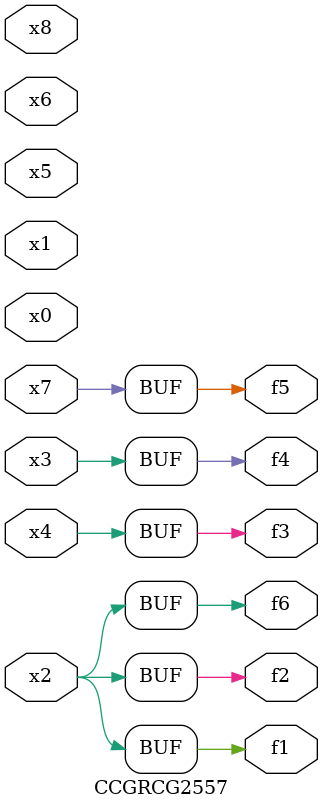
<source format=v>
module CCGRCG2557(
	input x0, x1, x2, x3, x4, x5, x6, x7, x8,
	output f1, f2, f3, f4, f5, f6
);
	assign f1 = x2;
	assign f2 = x2;
	assign f3 = x4;
	assign f4 = x3;
	assign f5 = x7;
	assign f6 = x2;
endmodule

</source>
